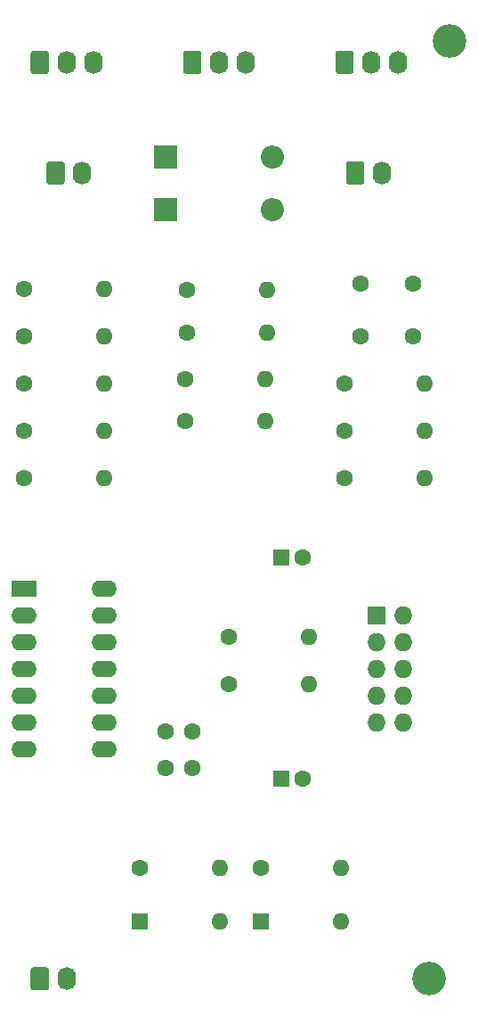
<source format=gbr>
%TF.GenerationSoftware,KiCad,Pcbnew,(5.1.8-0-10_14)*%
%TF.CreationDate,2021-07-07T10:12:16-04:00*%
%TF.ProjectId,fwr,6677722e-6b69-4636-9164-5f7063625858,rev?*%
%TF.SameCoordinates,Original*%
%TF.FileFunction,Soldermask,Bot*%
%TF.FilePolarity,Negative*%
%FSLAX46Y46*%
G04 Gerber Fmt 4.6, Leading zero omitted, Abs format (unit mm)*
G04 Created by KiCad (PCBNEW (5.1.8-0-10_14)) date 2021-07-07 10:12:16*
%MOMM*%
%LPD*%
G01*
G04 APERTURE LIST*
%ADD10C,3.200000*%
%ADD11O,1.740000X2.200000*%
%ADD12C,1.600000*%
%ADD13R,1.600000X1.600000*%
%ADD14O,1.600000X1.600000*%
%ADD15O,2.200000X2.200000*%
%ADD16R,2.200000X2.200000*%
%ADD17R,1.727200X1.727200*%
%ADD18O,1.727200X1.727200*%
%ADD19R,2.400000X1.600000*%
%ADD20O,2.400000X1.600000*%
G04 APERTURE END LIST*
D10*
%TO.C, *%
X143500000Y-143000000D03*
%TD*%
%TO.C,Bias*%
G36*
G01*
X105630000Y-56850001D02*
X105630000Y-55149999D01*
G75*
G02*
X105879999Y-54900000I249999J0D01*
G01*
X107120001Y-54900000D01*
G75*
G02*
X107370000Y-55149999I0J-249999D01*
G01*
X107370000Y-56850001D01*
G75*
G02*
X107120001Y-57100000I-249999J0D01*
G01*
X105879999Y-57100000D01*
G75*
G02*
X105630000Y-56850001I0J249999D01*
G01*
G37*
D11*
X109040000Y-56000000D03*
X111580000Y-56000000D03*
%TD*%
D12*
%TO.C,C1*%
X142000000Y-82000000D03*
X137000000Y-82000000D03*
%TD*%
%TO.C,C2*%
X118500000Y-119500000D03*
X121000000Y-119500000D03*
%TD*%
%TO.C,C3*%
X121000000Y-123000000D03*
X118500000Y-123000000D03*
%TD*%
%TO.C,C4*%
X137000000Y-77000000D03*
X142000000Y-77000000D03*
%TD*%
%TO.C,C5*%
X131500000Y-124000000D03*
D13*
X129500000Y-124000000D03*
%TD*%
%TO.C,C6*%
X129500000Y-103000000D03*
D12*
X131500000Y-103000000D03*
%TD*%
D11*
%TO.C,CV_Amount*%
X126080000Y-56000000D03*
X123540000Y-56000000D03*
G36*
G01*
X120130000Y-56850001D02*
X120130000Y-55149999D01*
G75*
G02*
X120379999Y-54900000I249999J0D01*
G01*
X121620001Y-54900000D01*
G75*
G02*
X121870000Y-55149999I0J-249999D01*
G01*
X121870000Y-56850001D01*
G75*
G02*
X121620001Y-57100000I-249999J0D01*
G01*
X120379999Y-57100000D01*
G75*
G02*
X120130000Y-56850001I0J249999D01*
G01*
G37*
%TD*%
D13*
%TO.C,1N4148*%
X127500000Y-137500000D03*
D14*
X135120000Y-137500000D03*
%TD*%
%TO.C,1N4148*%
X123620000Y-137500000D03*
D13*
X116000000Y-137500000D03*
%TD*%
D15*
%TO.C,1N4733*%
X128660000Y-65000000D03*
D16*
X118500000Y-65000000D03*
%TD*%
%TO.C,1N4733*%
X118500000Y-70000000D03*
D15*
X128660000Y-70000000D03*
%TD*%
D12*
%TO.C,FB1*%
X124500000Y-115000000D03*
D14*
X132120000Y-115000000D03*
%TD*%
%TO.C,FB2*%
X132120000Y-110500000D03*
D12*
X124500000Y-110500000D03*
%TD*%
%TO.C,Feedback*%
G36*
G01*
X134630000Y-56850001D02*
X134630000Y-55149999D01*
G75*
G02*
X134879999Y-54900000I249999J0D01*
G01*
X136120001Y-54900000D01*
G75*
G02*
X136370000Y-55149999I0J-249999D01*
G01*
X136370000Y-56850001D01*
G75*
G02*
X136120001Y-57100000I-249999J0D01*
G01*
X134879999Y-57100000D01*
G75*
G02*
X134630000Y-56850001I0J249999D01*
G01*
G37*
D11*
X138040000Y-56000000D03*
X140580000Y-56000000D03*
%TD*%
D10*
%TO.C,H1*%
X145500000Y-54000000D03*
%TD*%
D11*
%TO.C,J1*%
X110540000Y-66500000D03*
G36*
G01*
X107130000Y-67350001D02*
X107130000Y-65649999D01*
G75*
G02*
X107379999Y-65400000I249999J0D01*
G01*
X108620001Y-65400000D01*
G75*
G02*
X108870000Y-65649999I0J-249999D01*
G01*
X108870000Y-67350001D01*
G75*
G02*
X108620001Y-67600000I-249999J0D01*
G01*
X107379999Y-67600000D01*
G75*
G02*
X107130000Y-67350001I0J249999D01*
G01*
G37*
%TD*%
%TO.C,J2*%
G36*
G01*
X135630000Y-67350001D02*
X135630000Y-65649999D01*
G75*
G02*
X135879999Y-65400000I249999J0D01*
G01*
X137120001Y-65400000D01*
G75*
G02*
X137370000Y-65649999I0J-249999D01*
G01*
X137370000Y-67350001D01*
G75*
G02*
X137120001Y-67600000I-249999J0D01*
G01*
X135879999Y-67600000D01*
G75*
G02*
X135630000Y-67350001I0J249999D01*
G01*
G37*
X139040000Y-66500000D03*
%TD*%
D17*
%TO.C,J3*%
X138500000Y-108500000D03*
D18*
X141040000Y-108500000D03*
X138500000Y-111040000D03*
X141040000Y-111040000D03*
X138500000Y-113580000D03*
X141040000Y-113580000D03*
X138500000Y-116120000D03*
X141040000Y-116120000D03*
X138500000Y-118660000D03*
X141040000Y-118660000D03*
%TD*%
%TO.C,J4*%
G36*
G01*
X105630000Y-143850001D02*
X105630000Y-142149999D01*
G75*
G02*
X105879999Y-141900000I249999J0D01*
G01*
X107120001Y-141900000D01*
G75*
G02*
X107370000Y-142149999I0J-249999D01*
G01*
X107370000Y-143850001D01*
G75*
G02*
X107120001Y-144100000I-249999J0D01*
G01*
X105879999Y-144100000D01*
G75*
G02*
X105630000Y-143850001I0J249999D01*
G01*
G37*
D11*
X109040000Y-143000000D03*
%TD*%
D14*
%TO.C,R1*%
X143120000Y-86500000D03*
D12*
X135500000Y-86500000D03*
%TD*%
%TO.C,R2*%
X105000000Y-91000000D03*
D14*
X112620000Y-91000000D03*
%TD*%
D12*
%TO.C,R3*%
X105000000Y-86500000D03*
D14*
X112620000Y-86500000D03*
%TD*%
%TO.C,R4*%
X127955001Y-90075001D03*
D12*
X120335001Y-90075001D03*
%TD*%
D14*
%TO.C,R5*%
X135120000Y-132500000D03*
D12*
X127500000Y-132500000D03*
%TD*%
%TO.C,R6*%
X120335001Y-86025001D03*
D14*
X127955001Y-86025001D03*
%TD*%
D12*
%TO.C,R7*%
X120485001Y-81625001D03*
D14*
X128105001Y-81625001D03*
%TD*%
%TO.C,R8*%
X128105001Y-77575001D03*
D12*
X120485001Y-77575001D03*
%TD*%
D14*
%TO.C,R9*%
X112620000Y-77500000D03*
D12*
X105000000Y-77500000D03*
%TD*%
%TO.C,R10*%
X135500000Y-95500000D03*
D14*
X143120000Y-95500000D03*
%TD*%
D12*
%TO.C,R11*%
X116000000Y-132500000D03*
D14*
X123620000Y-132500000D03*
%TD*%
D12*
%TO.C,R12*%
X135500000Y-91000000D03*
D14*
X143120000Y-91000000D03*
%TD*%
%TO.C,R13*%
X112620000Y-95500000D03*
D12*
X105000000Y-95500000D03*
%TD*%
D14*
%TO.C,R14*%
X112620000Y-82000000D03*
D12*
X105000000Y-82000000D03*
%TD*%
D19*
%TO.C,U1*%
X105000000Y-106000000D03*
D20*
X112620000Y-121240000D03*
X105000000Y-108540000D03*
X112620000Y-118700000D03*
X105000000Y-111080000D03*
X112620000Y-116160000D03*
X105000000Y-113620000D03*
X112620000Y-113620000D03*
X105000000Y-116160000D03*
X112620000Y-111080000D03*
X105000000Y-118700000D03*
X112620000Y-108540000D03*
X105000000Y-121240000D03*
X112620000Y-106000000D03*
%TD*%
M02*

</source>
